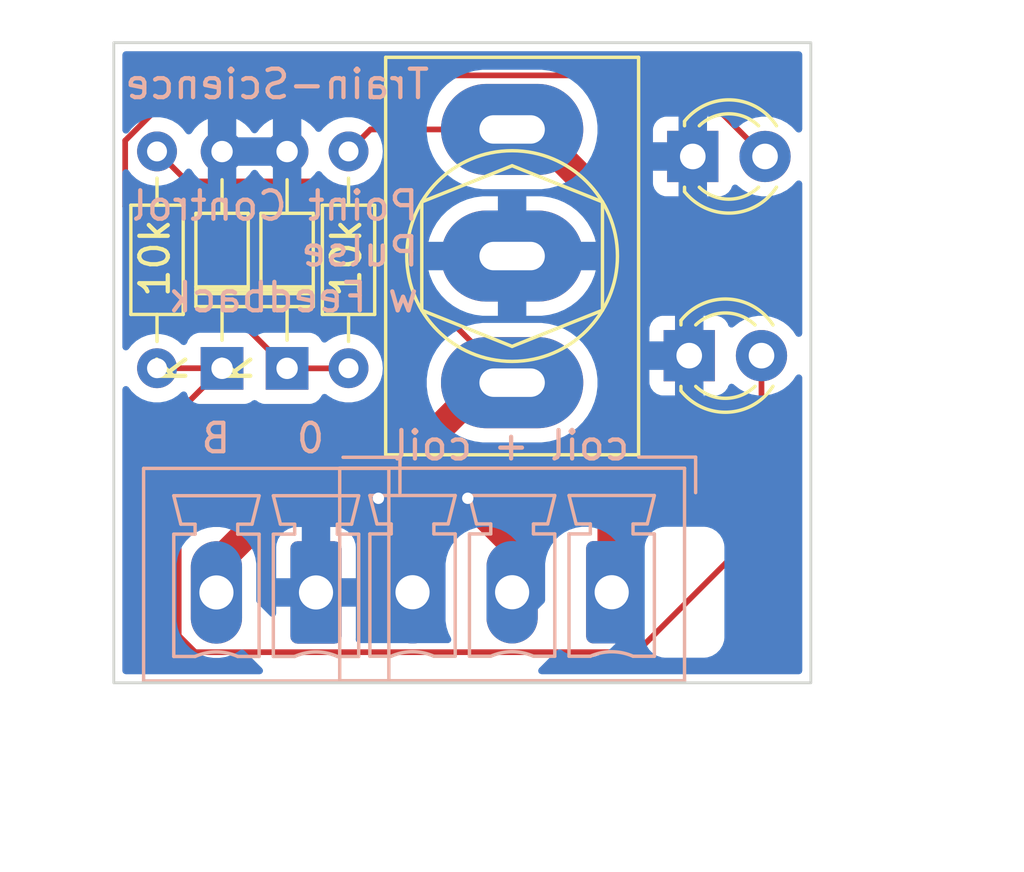
<source format=kicad_pcb>
(kicad_pcb (version 20240108) (generator "pcbnew") (generator_version "8.0")
  (layers (0 "F.Cu" signal) (31 "B.Cu" signal) (34 "B.Paste" user) (35 "F.Paste" user) (36 "B.SilkS" user "B.Silkscreen") (37 "F.SilkS" user "F.Silkscreen") (38 "B.Mask" user) (39 "F.Mask" user) (44 "Edge.Cuts" user))
  (net 0 "")
  (net 1 "GND")
  (net 2 "Net-(D1-K)")
  (net 3 "VCC")
  (net 4 "Net-(D6-A)")
  (net 5 "/coil L")
  (net 6 "/coil R")
  (footprint "Diode_THT:D_DO-34_SOD68_P7.62mm_Horizontal" (layer "F.Cu") (at 156.591 107.447 90)
    (property "Reference" "D8" (hide yes))
    (property "Value" "D")
    (fp_line (start 5.45 -0.92) (end 2.17 -0.92) (stroke (width 0.12)) (layer "F.SilkS"))
    (fp_line (start 2.866 -0.92) (end 2.866 0.92) (stroke (width 0.12)) (layer "F.SilkS"))
    (fp_line (start 2.746 -0.92) (end 2.746 0.92) (stroke (width 0.12)) (layer "F.SilkS"))
    (fp_line (start 2.626 -0.92) (end 2.626 0.92) (stroke (width 0.12)) (layer "F.SilkS"))
    (fp_line (start 2.17 -0.92) (end 2.17 0.92) (stroke (width 0.12)) (layer "F.SilkS"))
    (fp_line (start 6.63 0) (end 5.45 0) (stroke (width 0.12)) (layer "F.SilkS"))
    (fp_line (start 0.99 0) (end 2.17 0) (stroke (width 0.12)) (layer "F.SilkS"))
    (fp_line (start 5.45 0.92) (end 5.45 -0.92) (stroke (width 0.12)) (layer "F.SilkS"))
    (fp_line (start 2.17 0.92) (end 5.45 0.92) (stroke (width 0.12)) (layer "F.SilkS"))
    (fp_text user "K" (at 0 -1.75 -90) (layer "F.SilkS"))
    (pad "1" thru_hole rect (at 0 0 90) (size 1.5 1.5) (drill 0.75) (layers "*.Cu" "*.Mask") (net 4 "Net-(D6-A)"))
    (pad "2" thru_hole oval (at 7.62 0 90) (size 1.5 1.5) (drill 0.75) (layers "*.Cu" "*.Mask") (net 1 "GND"))
  )
  (footprint "Diode_THT:D_DO-34_SOD68_P7.62mm_Horizontal" (layer "F.Cu") (at 154.305 107.447 90)
    (property "Reference" "D1" (hide yes))
    (property "Value" "D")
    (fp_line (start 5.45 -0.92) (end 2.17 -0.92) (stroke (width 0.12)) (layer "F.SilkS"))
    (fp_line (start 2.866 -0.92) (end 2.866 0.92) (stroke (width 0.12)) (layer "F.SilkS"))
    (fp_line (start 2.746 -0.92) (end 2.746 0.92) (stroke (width 0.12)) (layer "F.SilkS"))
    (fp_line (start 2.626 -0.92) (end 2.626 0.92) (stroke (width 0.12)) (layer "F.SilkS"))
    (fp_line (start 2.17 -0.92) (end 2.17 0.92) (stroke (width 0.12)) (layer "F.SilkS"))
    (fp_line (start 6.63 0) (end 5.45 0) (stroke (width 0.12)) (layer "F.SilkS"))
    (fp_line (start 0.99 0) (end 2.17 0) (stroke (width 0.12)) (layer "F.SilkS"))
    (fp_line (start 5.45 0.92) (end 5.45 -0.92) (stroke (width 0.12)) (layer "F.SilkS"))
    (fp_line (start 2.17 0.92) (end 5.45 0.92) (stroke (width 0.12)) (layer "F.SilkS"))
    (fp_text user "K" (at 0 -1.75 -90) (layer "F.SilkS"))
    (pad "1" thru_hole rect (at 0 0 90) (size 1.5 1.5) (drill 0.75) (layers "*.Cu" "*.Mask") (net 2 "Net-(D1-K)"))
    (pad "2" thru_hole oval (at 7.62 0 90) (size 1.5 1.5) (drill 0.75) (layers "*.Cu" "*.Mask") (net 1 "GND"))
  )
  (footprint "LED_THT:LED_D3.0mm" (layer "F.Cu") (at 170.725 107)
    (property "Reference" "D3" (hide yes))
    (property "Value" "LED")
    (fp_line (start -0.29 -1.236) (end -0.29 -1.08) (stroke (width 0.12)) (layer "F.SilkS"))
    (fp_line (start -0.29 1.08) (end -0.29 1.236) (stroke (width 0.12)) (layer "F.SilkS"))
    (fp_arc (start -0.29 -1.235516) (mid 1.366487 -1.987659) (end 2.942335 -1.078608) (stroke (width 0.12)) (layer "F.SilkS"))
    (fp_arc (start 0.229039 -1.08) (mid 1.270117 -1.5) (end 2.31113 -1.079837) (stroke (width 0.12)) (layer "F.SilkS"))
    (fp_arc (start 2.31113 1.079837) (mid 1.270117 1.5) (end 0.229039 1.08) (stroke (width 0.12)) (layer "F.SilkS"))
    (fp_arc (start 2.942335 1.078608) (mid 1.366487 1.987659) (end -0.29 1.235516) (stroke (width 0.12)) (layer "F.SilkS"))
    (pad "1" thru_hole rect (at 0 0) (size 1.8 1.8) (drill 0.9) (layers "*.Cu" "*.Mask") (net 1 "GND"))
    (pad "2" thru_hole circle (at 2.54 0) (size 1.8 1.8) (drill 0.9) (layers "*.Cu" "*.Mask") (net 2 "Net-(D1-K)"))
  )
  (footprint "custom_kicad_lib_sk:SW_Toggle_Blue_wSlots" (layer "F.Cu") (at 164.5 103.5 90)
    (property "Reference" "SW1" (hide yes))
    (property "Value" "SW_SPDT")
    (fp_line (start 6.985 -4.445) (end 6.985 4.445) (stroke (width 0.12)) (layer "F.SilkS"))
    (fp_line (start -6.985 -4.445) (end 6.985 -4.445) (stroke (width 0.12)) (layer "F.SilkS"))
    (fp_line (start 1.905 -3.175) (end 3.175 0) (stroke (width 0.12)) (layer "F.SilkS"))
    (fp_line (start -1.905 -3.175) (end 1.905 -3.175) (stroke (width 0.12)) (layer "F.SilkS"))
    (fp_line (start 3.175 0) (end 1.905 3.175) (stroke (width 0.12)) (layer "F.SilkS"))
    (fp_line (start -3.175 0) (end -1.905 -3.175) (stroke (width 0.12)) (layer "F.SilkS"))
    (fp_line (start 1.905 3.175) (end -1.905 3.175) (stroke (width 0.12)) (layer "F.SilkS"))
    (fp_line (start -1.905 3.175) (end -3.175 0) (stroke (width 0.12)) (layer "F.SilkS"))
    (fp_line (start 6.985 4.445) (end -6.985 4.445) (stroke (width 0.12)) (layer "F.SilkS"))
    (fp_line (start -6.985 4.445) (end -6.985 -4.445) (stroke (width 0.12)) (layer "F.SilkS"))
    (fp_circle (center 0 0) (end 1.905 3.175) (stroke (width 0.12)) (fill none) (layer "F.SilkS"))
    (pad "1" thru_hole oval (at -4.45 0 90) (size 3.2 5) (drill oval 1 2.3) (layers "*.Cu" "*.Mask") (net 5 "/coil L"))
    (pad "2" thru_hole oval (at 0 0 90) (size 3.2 5) (drill oval 1 2.3) (layers "*.Cu" "*.Mask") (net 1 "GND"))
    (pad "3" thru_hole oval (at 4.45 0 90) (size 3.2 5) (drill oval 1 2.3) (layers "*.Cu" "*.Mask") (net 6 "/coil R"))
  )
  (footprint "LED_THT:LED_D3.0mm" (layer "F.Cu") (at 170.85 100)
    (property "Reference" "D6" (hide yes))
    (property "Value" "LED")
    (fp_line (start -0.29 -1.236) (end -0.29 -1.08) (stroke (width 0.12)) (layer "F.SilkS"))
    (fp_line (start -0.29 1.08) (end -0.29 1.236) (stroke (width 0.12)) (layer "F.SilkS"))
    (fp_arc (start -0.29 -1.235516) (mid 1.366487 -1.987659) (end 2.942335 -1.078608) (stroke (width 0.12)) (layer "F.SilkS"))
    (fp_arc (start 0.229039 -1.08) (mid 1.270117 -1.5) (end 2.31113 -1.079837) (stroke (width 0.12)) (layer "F.SilkS"))
    (fp_arc (start 2.31113 1.079837) (mid 1.270117 1.5) (end 0.229039 1.08) (stroke (width 0.12)) (layer "F.SilkS"))
    (fp_arc (start 2.942335 1.078608) (mid 1.366487 1.987659) (end -0.29 1.235516) (stroke (width 0.12)) (layer "F.SilkS"))
    (pad "1" thru_hole rect (at 0 0) (size 1.8 1.8) (drill 0.9) (layers "*.Cu" "*.Mask") (net 1 "GND"))
    (pad "2" thru_hole circle (at 2.54 0) (size 1.8 1.8) (drill 0.9) (layers "*.Cu" "*.Mask") (net 4 "Net-(D6-A)"))
  )
  (footprint "Resistor_THT:R_Axial_DIN0204_L3.6mm_D1.6mm_P7.62mm_Horizontal" (layer "F.Cu") (at 158.75 99.822 -90)
    (property "Reference" "R2" (hide yes))
    (property "Value" "10k")
    (fp_line (start 1.89 0.92) (end 5.73 0.92) (stroke (width 0.12)) (layer "F.SilkS"))
    (fp_line (start 5.73 0.92) (end 5.73 -0.92) (stroke (width 0.12)) (layer "F.SilkS"))
    (fp_line (start 0.94 0) (end 1.89 0) (stroke (width 0.12)) (layer "F.SilkS"))
    (fp_line (start 6.68 0) (end 5.73 0) (stroke (width 0.12)) (layer "F.SilkS"))
    (fp_line (start 1.89 -0.92) (end 1.89 0.92) (stroke (width 0.12)) (layer "F.SilkS"))
    (fp_line (start 5.73 -0.92) (end 1.89 -0.92) (stroke (width 0.12)) (layer "F.SilkS"))
    (pad "1" thru_hole circle (at 0 0 270) (size 1.4 1.4) (drill 0.7) (layers "*.Cu" "*.Mask") (net 6 "/coil R"))
    (pad "2" thru_hole oval (at 7.62 0 270) (size 1.4 1.4) (drill 0.7) (layers "*.Cu" "*.Mask") (net 4 "Net-(D6-A)"))
  )
  (footprint "Resistor_THT:R_Axial_DIN0204_L3.6mm_D1.6mm_P7.62mm_Horizontal" (layer "F.Cu") (at 152.019 99.822 -90)
    (property "Reference" "R1" (hide yes))
    (property "Value" "10k")
    (fp_line (start 1.89 0.92) (end 5.73 0.92) (stroke (width 0.12)) (layer "F.SilkS"))
    (fp_line (start 5.73 0.92) (end 5.73 -0.92) (stroke (width 0.12)) (layer "F.SilkS"))
    (fp_line (start 0.94 0) (end 1.89 0) (stroke (width 0.12)) (layer "F.SilkS"))
    (fp_line (start 6.68 0) (end 5.73 0) (stroke (width 0.12)) (layer "F.SilkS"))
    (fp_line (start 1.89 -0.92) (end 1.89 0.92) (stroke (width 0.12)) (layer "F.SilkS"))
    (fp_line (start 5.73 -0.92) (end 1.89 -0.92) (stroke (width 0.12)) (layer "F.SilkS"))
    (pad "1" thru_hole circle (at 0 0 270) (size 1.4 1.4) (drill 0.7) (layers "*.Cu" "*.Mask") (net 5 "/coil L"))
    (pad "2" thru_hole oval (at 7.62 0 270) (size 1.4 1.4) (drill 0.7) (layers "*.Cu" "*.Mask") (net 2 "Net-(D1-K)"))
  )
  (footprint "Connector_Phoenix_MC:PhoenixContact_MCV_1,5_2-G-3.5_1x02_P3.50mm_Vertical" (layer "B.Cu") (at 157.607 115.3235 180)
    (property "Reference" "J3" (hide yes))
    (property "Value" "Screw_Terminal_01x02")
    (fp_line (start 6.06 4.36) (end 6.06 -3.11) (stroke (width 0.12)) (layer "B.SilkS"))
    (fp_line (start 6.06 -3.11) (end -2.56 -3.11) (stroke (width 0.12)) (layer "B.SilkS"))
    (fp_line (start 5 3.4) (end 2 3.4) (stroke (width 0.12)) (layer "B.SilkS"))
    (fp_line (start 5 2.05) (end 4.25 2.05) (stroke (width 0.12)) (layer "B.SilkS"))
    (fp_line (start 5 -2.25) (end 5 2.05) (stroke (width 0.12)) (layer "B.SilkS"))
    (fp_line (start 4.75 2.4) (end 5 3.4) (stroke (width 0.12)) (layer "B.SilkS"))
    (fp_line (start 4.25 2.4) (end 4.75 2.4) (stroke (width 0.12)) (layer "B.SilkS"))
    (fp_line (start 4.25 2.05) (end 4.25 2.4) (stroke (width 0.12)) (layer "B.SilkS"))
    (fp_line (start 4.25 -2.25) (end 5 -2.25) (stroke (width 0.12)) (layer "B.SilkS"))
    (fp_line (start 2.75 2.4) (end 2.75 2.05) (stroke (width 0.12)) (layer "B.SilkS"))
    (fp_line (start 2.75 2.05) (end 2 2.05) (stroke (width 0.12)) (layer "B.SilkS"))
    (fp_line (start 2.25 2.4) (end 2.75 2.4) (stroke (width 0.12)) (layer "B.SilkS"))
    (fp_line (start 2 3.4) (end 2.25 2.4) (stroke (width 0.12)) (layer "B.SilkS"))
    (fp_line (start 2 2.05) (end 2 -2.25) (stroke (width 0.12)) (layer "B.SilkS"))
    (fp_line (start 2 -2.25) (end 2.75 -2.25) (stroke (width 0.12)) (layer "B.SilkS"))
    (fp_line (start 1.5 3.4) (end -1.5 3.4) (stroke (width 0.12)) (layer "B.SilkS"))
    (fp_line (start 1.5 2.05) (end 0.75 2.05) (stroke (width 0.12)) (layer "B.SilkS"))
    (fp_line (start 1.5 -2.25) (end 1.5 2.05) (stroke (width 0.12)) (layer "B.SilkS"))
    (fp_line (start 1.25 2.4) (end 1.5 3.4) (stroke (width 0.12)) (layer "B.SilkS"))
    (fp_line (start 0.75 2.4) (end 1.25 2.4) (stroke (width 0.12)) (layer "B.SilkS"))
    (fp_line (start 0.75 2.05) (end 0.75 2.4) (stroke (width 0.12)) (layer "B.SilkS"))
    (fp_line (start 0.75 -2.25) (end 1.5 -2.25) (stroke (width 0.12)) (layer "B.SilkS"))
    (fp_line (start -0.75 2.4) (end -0.75 2.05) (stroke (width 0.12)) (layer "B.SilkS"))
    (fp_line (start -0.75 2.05) (end -1.5 2.05) (stroke (width 0.12)) (layer "B.SilkS"))
    (fp_line (start -0.95 4.75) (end -2.95 4.75) (stroke (width 0.12)) (layer "B.SilkS"))
    (fp_line (start -1.25 2.4) (end -0.75 2.4) (stroke (width 0.12)) (layer "B.SilkS"))
    (fp_line (start -1.5 3.4) (end -1.25 2.4) (stroke (width 0.12)) (layer "B.SilkS"))
    (fp_line (start -1.5 2.05) (end -1.5 -2.25) (stroke (width 0.12)) (layer "B.SilkS"))
    (fp_line (start -1.5 -2.25) (end -0.75 -2.25) (stroke (width 0.12)) (layer "B.SilkS"))
    (fp_line (start -2.56 4.36) (end 6.06 4.36) (stroke (width 0.12)) (layer "B.SilkS"))
    (fp_line (start -2.56 -3.11) (end -2.56 4.36) (stroke (width 0.12)) (layer "B.SilkS"))
    (fp_line (start -2.95 4.75) (end -2.95 3.5) (stroke (width 0.12)) (layer "B.SilkS"))
    (fp_arc (start 4.249647 -2.249844) (mid 3.499807 -2.091909) (end 2.75 -2.25) (stroke (width 0.12)) (layer "B.SilkS"))
    (fp_arc (start 0.749647 -2.249844) (mid -0.000193 -2.091909) (end -0.75 -2.25) (stroke (width 0.12)) (layer "B.SilkS"))
    (pad "1" thru_hole roundrect (at 0 0 180) (size 1.8 3.6) (drill 1.2) (layers "*.Cu" "*.Mask") (roundrect_rratio 0.138889) (net 1 "GND"))
    (pad "2" thru_hole oval (at 3.5 0 180) (size 1.8 3.6) (drill 1.2) (layers "*.Cu" "*.Mask") (net 3 "VCC"))
  )
  (footprint "Connector_Phoenix_MC:PhoenixContact_MCV_1,5_3-G-3.5_1x03_P3.50mm_Vertical" (layer "B.Cu") (at 168 115.316 180)
    (property "Reference" "J2" (hide yes))
    (property "Value" "Screw_Terminal_01x03")
    (fp_line (start 9.56 4.36) (end 9.56 -3.11) (stroke (width 0.12)) (layer "B.SilkS"))
    (fp_line (start 9.56 -3.11) (end -2.56 -3.11) (stroke (width 0.12)) (layer "B.SilkS"))
    (fp_line (start 8.5 3.4) (end 5.5 3.4) (stroke (width 0.12)) (layer "B.SilkS"))
    (fp_line (start 8.5 2.05) (end 7.75 2.05) (stroke (width 0.12)) (layer "B.SilkS"))
    (fp_line (start 8.5 -2.25) (end 8.5 2.05) (stroke (width 0.12)) (layer "B.SilkS"))
    (fp_line (start 8.25 2.4) (end 8.5 3.4) (stroke (width 0.12)) (layer "B.SilkS"))
    (fp_line (start 7.75 2.4) (end 8.25 2.4) (stroke (width 0.12)) (layer "B.SilkS"))
    (fp_line (start 7.75 2.05) (end 7.75 2.4) (stroke (width 0.12)) (layer "B.SilkS"))
    (fp_line (start 7.75 -2.25) (end 8.5 -2.25) (stroke (width 0.12)) (layer "B.SilkS"))
    (fp_line (start 6.25 2.4) (end 6.25 2.05) (stroke (width 0.12)) (layer "B.SilkS"))
    (fp_line (start 6.25 2.05) (end 5.5 2.05) (stroke (width 0.12)) (layer "B.SilkS"))
    (fp_line (start 5.75 2.4) (end 6.25 2.4) (stroke (width 0.12)) (layer "B.SilkS"))
    (fp_line (start 5.5 3.4) (end 5.75 2.4) (stroke (width 0.12)) (layer "B.SilkS"))
    (fp_line (start 5.5 2.05) (end 5.5 -2.25) (stroke (width 0.12)) (layer "B.SilkS"))
    (fp_line (start 5.5 -2.25) (end 6.25 -2.25) (stroke (width 0.12)) (layer "B.SilkS"))
    (fp_line (start 5 3.4) (end 2 3.4) (stroke (width 0.12)) (layer "B.SilkS"))
    (fp_line (start 5 2.05) (end 4.25 2.05) (stroke (width 0.12)) (layer "B.SilkS"))
    (fp_line (start 5 -2.25) (end 5 2.05) (stroke (width 0.12)) (layer "B.SilkS"))
    (fp_line (start 4.75 2.4) (end 5 3.4) (stroke (width 0.12)) (layer "B.SilkS"))
    (fp_line (start 4.25 2.4) (end 4.75 2.4) (stroke (width 0.12)) (layer "B.SilkS"))
    (fp_line (start 4.25 2.05) (end 4.25 2.4) (stroke (width 0.12)) (layer "B.SilkS"))
    (fp_line (start 4.25 -2.25) (end 5 -2.25) (stroke (width 0.12)) (layer "B.SilkS"))
    (fp_line (start 2.75 2.4) (end 2.75 2.05) (stroke (width 0.12)) (layer "B.SilkS"))
    (fp_line (start 2.75 2.05) (end 2 2.05) (stroke (width 0.12)) (layer "B.SilkS"))
    (fp_line (start 2.25 2.4) (end 2.75 2.4) (stroke (width 0.12)) (layer "B.SilkS"))
    (fp_line (start 2 3.4) (end 2.25 2.4) (stroke (width 0.12)) (layer "B.SilkS"))
    (fp_line (start 2 2.05) (end 2 -2.25) (stroke (width 0.12)) (layer "B.SilkS"))
    (fp_line (start 2 -2.25) (end 2.75 -2.25) (stroke (width 0.12)) (layer "B.SilkS"))
    (fp_line (start 1.5 3.4) (end -1.5 3.4) (stroke (width 0.12)) (layer "B.SilkS"))
    (fp_line (start 1.5 2.05) (end 0.75 2.05) (stroke (width 0.12)) (layer "B.SilkS"))
    (fp_line (start 1.5 -2.25) (end 1.5 2.05) (stroke (width 0.12)) (layer "B.SilkS"))
    (fp_line (start 1.25 2.4) (end 1.5 3.4) (stroke (width 0.12)) (layer "B.SilkS"))
    (fp_line (start 0.75 2.4) (end 1.25 2.4) (stroke (width 0.12)) (layer "B.SilkS"))
    (fp_line (start 0.75 2.05) (end 0.75 2.4) (stroke (width 0.12)) (layer "B.SilkS"))
    (fp_line (start 0.75 -2.25) (end 1.5 -2.25) (stroke (width 0.12)) (layer "B.SilkS"))
    (fp_line (start -0.75 2.4) (end -0.75 2.05) (stroke (width 0.12)) (layer "B.SilkS"))
    (fp_line (start -0.75 2.05) (end -1.5 2.05) (stroke (width 0.12)) (layer "B.SilkS"))
    (fp_line (start -0.95 4.75) (end -2.95 4.75) (stroke (width 0.12)) (layer "B.SilkS"))
    (fp_line (start -1.25 2.4) (end -0.75 2.4) (stroke (width 0.12)) (layer "B.SilkS"))
    (fp_line (start -1.5 3.4) (end -1.25 2.4) (stroke (width 0.12)) (layer "B.SilkS"))
    (fp_line (start -1.5 2.05) (end -1.5 -2.25) (stroke (width 0.12)) (layer "B.SilkS"))
    (fp_line (start -1.5 -2.25) (end -0.75 -2.25) (stroke (width 0.12)) (layer "B.SilkS"))
    (fp_line (start -2.56 4.36) (end 9.56 4.36) (stroke (width 0.12)) (layer "B.SilkS"))
    (fp_line (start -2.56 -3.11) (end -2.56 4.36) (stroke (width 0.12)) (layer "B.SilkS"))
    (fp_line (start -2.95 4.75) (end -2.95 3.5) (stroke (width 0.12)) (layer "B.SilkS"))
    (fp_arc (start 7.749647 -2.249844) (mid 6.999807 -2.091909) (end 6.25 -2.25) (stroke (width 0.12)) (layer "B.SilkS"))
    (fp_arc (start 4.249647 -2.249844) (mid 3.499807 -2.091909) (end 2.75 -2.25) (stroke (width 0.12)) (layer "B.SilkS"))
    (fp_arc (start 0.749647 -2.249844) (mid -0.000193 -2.091909) (end -0.75 -2.25) (stroke (width 0.12)) (layer "B.SilkS"))
    (pad "1" thru_hole roundrect (at 0 0 180) (size 1.8 3.6) (drill 1.2) (layers "*.Cu" "*.Mask") (roundrect_rratio 0.138889) (net 6 "/coil R"))
    (pad "2" thru_hole oval (at 3.5 0 180) (size 1.8 3.6) (drill 1.2) (layers "*.Cu" "*.Mask") (net 3 "VCC"))
    (pad "3" thru_hole oval (at 7 0 180) (size 1.8 3.6) (drill 1.2) (layers "*.Cu" "*.Mask") (net 5 "/coil L"))
  )
  (gr_rect (start 150.5 96) (end 175 118.5) (stroke (width 0.1)) (fill none) (layer "Edge.Cuts"))
  (gr_text "coil + coil" (at 164.465 110.744 0) (layer "B.SilkS") (effects (font (size 1 1)) (justify bottom mirror)))
  (gr_text "0" (at 157.988 110.49 0) (layer "B.SilkS") (effects (font (size 1 1)) (justify left bottom mirror)))
  (gr_text "Point Control\nPulse\nw Feedback" (at 161.29 105.537 0) (layer "B.SilkS") (effects (font (size 1 1)) (justify left bottom mirror)))
  (gr_text "Train-Science" (at 161.671 98.044 0) (layer "B.SilkS") (effects (font (size 1 1)) (justify left bottom mirror)))
  (gr_text "B" (at 154.686 110.49 0) (layer "B.SilkS") (effects (font (size 1 1)) (justify left bottom mirror)))
  (gr_text "10k" (at 159.258 105.029 90) (layer "F.SilkS") (effects (font (size 1 1)) (justify left bottom)))
  (gr_text "10k" (at 152.527 105.029 90) (layer "F.SilkS") (effects (font (size 1 1)) (justify left bottom)))
  (segment (start 152.781 108.971) (end 154.305 107.447) (width 0.2) (layer "F.Cu") (net 2))
  (segment (start 152.019 107.442) (end 154.3 107.442) (width 0.2) (layer "F.Cu") (net 2))
  (segment (start 168.877244 117.4235) (end 153.3645 117.4235) (width 0.2) (layer "F.Cu") (net 2))
  (segment (start 153.3645 117.4235) (end 152.781 116.84) (width 0.2) (layer "F.Cu") (net 2))
  (segment (start 173.265 107) (end 173.265 113.035744) (width 0.2) (layer "F.Cu") (net 2))
  (segment (start 173.265 113.035744) (end 168.877244 117.4235) (width 0.2) (layer "F.Cu") (net 2))
  (segment (start 152.781 116.84) (end 152.781 108.971) (width 0.2) (layer "F.Cu") (net 2))
  (segment (start 154.3 107.442) (end 154.305 107.447) (width 0.2) (layer "F.Cu") (net 2))
  (segment (start 154.107 115.3235) (end 154.107 114.3235) (width 1) (layer "F.Cu") (net 3))
  (segment (start 164.5 113.573) (end 162.941 112.014) (width 1) (layer "F.Cu") (net 3))
  (segment (start 154.107 114.3235) (end 156.4165 112.014) (width 1) (layer "F.Cu") (net 3))
  (segment (start 156.4165 112.014) (end 159.8 112.014) (width 1) (layer "F.Cu") (net 3))
  (segment (start 164.5 115.316) (end 164.5 113.573) (width 1) (layer "F.Cu") (net 3))
  (via (at 159.8 112.014) (size 0.8) (drill 0.4) (layers "F.Cu" "B.Cu") (net 3))
  (via (at 162.941 112.014) (size 0.8) (drill 0.4) (layers "F.Cu" "B.Cu") (net 3))
  (segment (start 159.8 112.014) (end 162.941 112.014) (width 1) (layer "B.Cu") (net 3))
  (segment (start 158.745 107.447) (end 158.75 107.442) (width 0.2) (layer "F.Cu") (net 4))
  (segment (start 173.39 100) (end 170.54 97.15) (width 0.2) (layer "F.Cu") (net 4))
  (segment (start 150.9 99.441) (end 150.9 101.756) (width 0.2) (layer "F.Cu") (net 4))
  (segment (start 153.191 97.15) (end 150.9 99.441) (width 0.2) (layer "F.Cu") (net 4))
  (segment (start 170.54 97.15) (end 153.191 97.15) (width 0.2) (layer "F.Cu") (net 4))
  (segment (start 156.591 107.447) (end 158.745 107.447) (width 0.2) (layer "F.Cu") (net 4))
  (segment (start 150.9 101.756) (end 156.591 107.447) (width 0.2) (layer "F.Cu") (net 4))
  (segment (start 157.427 100.877) (end 164.5 107.95) (width 0.2) (layer "F.Cu") (net 5))
  (segment (start 161 115.316) (end 161 110.5) (width 1) (layer "F.Cu") (net 5))
  (segment (start 161 110.5) (end 163.55 107.95) (width 1) (layer "F.Cu") (net 5))
  (segment (start 163.55 107.95) (end 164.5 107.95) (width 1) (layer "F.Cu") (net 5))
  (segment (start 153.074 100.877) (end 157.427 100.877) (width 0.2) (layer "F.Cu") (net 5))
  (segment (start 152.019 99.822) (end 153.074 100.877) (width 0.2) (layer "F.Cu") (net 5))
  (segment (start 168.148 111) (end 168 111.148) (width 1) (layer "F.Cu") (net 6))
  (segment (start 168 111.148) (end 168 115.316) (width 1) (layer "F.Cu") (net 6))
  (segment (start 168.148 111) (end 168.148 111.379) (width 1) (layer "F.Cu") (net 6))
  (segment (start 159.522 99.05) (end 158.75 99.822) (width 0.2) (layer "F.Cu") (net 6))
  (segment (start 164.5 99.05) (end 159.522 99.05) (width 0.2) (layer "F.Cu") (net 6))
  (segment (start 168.148 101.981) (end 168.148 111) (width 1) (layer "F.Cu") (net 6))
  (segment (start 165.217 99.05) (end 168.148 101.981) (width 1) (layer "F.Cu") (net 6))
  (segment (start 164.5 99.05) (end 165.217 99.05) (width 1) (layer "F.Cu") (net 6))
  (zone (net 1) (net_name "GND") (layer "B.Cu") (connect_pads (clearance 0.5)) (min_thickness 0.25) (fill yes (thermal_gap 0.5) (thermal_bridge_width 1))
    (polygon (pts (xy 182.5 95.5) (xy 182.5 122) (xy 146.5 122) (xy 147 94.5)))
  )
)
</source>
